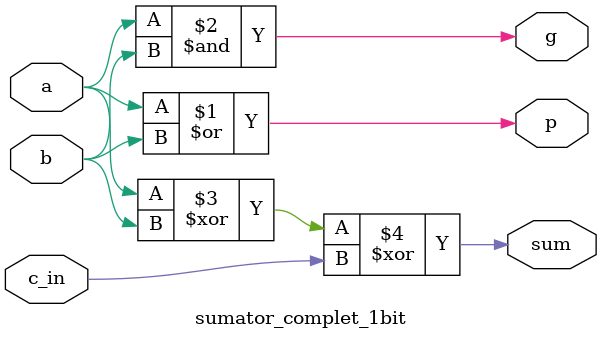
<source format=v>
`timescale 1ns / 1ps


module sumator_complet_1bit(a, b, c_in, p, g, sum);

    input a, b, c_in;
    output p, g, sum;
   
    assign p = (a | b);
    assign g = (a & b);
    assign sum = (a ^ b) ^ c_in;
endmodule

</source>
